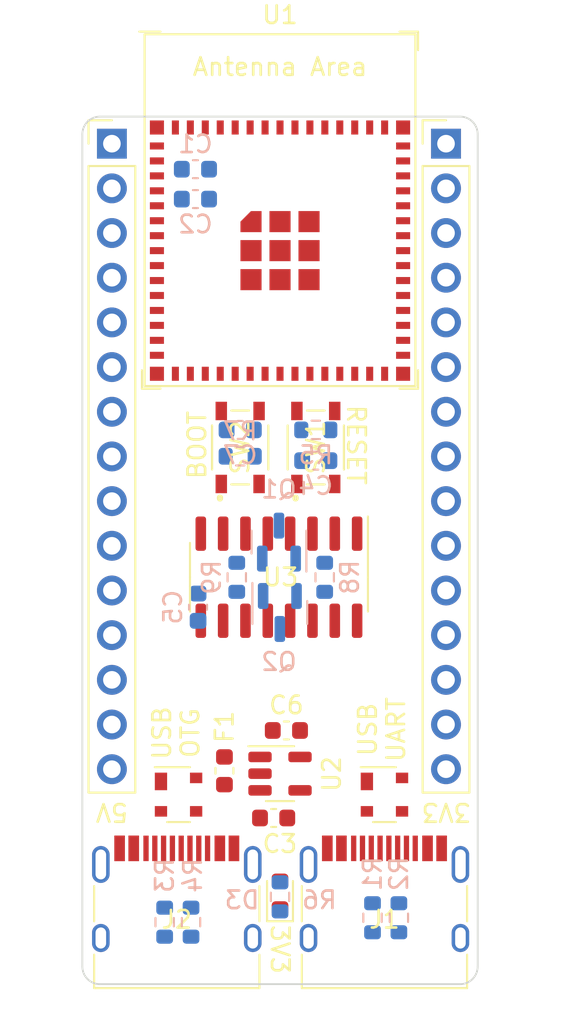
<source format=kicad_pcb>
(kicad_pcb (version 20211014) (generator pcbnew)
  (title_block (title "ESP32-S@-MINI-2_devboard"))
  (layers (0 "F.Cu" signal) (31 "B.Cu" signal) (34 "B.Paste" user) (35 "F.Paste" user) (36 "B.SilkS" user "B.Silkscreen") (37 "F.SilkS" user "F.Silkscreen") (38 "B.Mask" user) (39 "F.Mask" user) (44 "Edge.Cuts" user))
  (net 0 "")
  (net 1 "GND")
  (net 2 "+3V3")
  (net 3 "+5V")
  (net 4 "RESET")
  (net 5 "GPIO0")
  (net 9 "/UART_USB_D-")
  (net 10 "/UART_USB_D+")
  (net 12 "Net-(D3-Pad2)")
  (net 13 "/VBUS")
  (net 15 "Net-(J1-PadA5)")
  (net 16 "Net-(J1-PadA6)")
  (net 17 "Net-(J1-PadA7)")
  (net 19 "Net-(J1-PadB5)")
  (net 22 "Net-(J2-PadA5)")
  (net 24 "Net-(J2-PadB5)")
  (net 27 "Net-(Q1-Pad1)")
  (net 28 "/RTS")
  (net 29 "Net-(Q2-Pad1)")
  (net 30 "/DTR")
  (net 32 "RX")
  (net 33 "TX")
  (net 41 "USB_D-")
  (net 42 "USB_D+")
  (net 47 "/IO1")
  (net 48 "/IO2")
  (net 49 "/IO3")
  (net 50 "/IO4")
  (net 51 "/IO5")
  (net 52 "/IO6")
  (net 53 "/IO7")
  (net 54 "/IO8")
  (net 55 "/IO9")
  (net 56 "/IO10")
  (net 57 "/IO11")
  (net 58 "/IO12")
  (net 59 "/IO13")
  (net 60 "/IO14")
  (net 61 "/IO15")
  (net 62 "/IO16")
  (net 63 "/IO17")
  (net 64 "/IO18")
  (net 65 "/IO39")
  (net 66 "/IO40")
  (net 67 "/IO41")
  (net 68 "/IO42")
  (net 77 "/IO38")
  (net 78 "/IO37")
  (net 79 "/IO36")
  (net 80 "/IO35")
  (net 81 "/IO34")
  (net 82 "/IO33")
  (net 83 "/IO21")
  (net 84 "/IO26")
  (footprint "Package_TO_SOT_SMD:SOT-143" (layer "F.Cu") (at 156.79 86.804999)
    (fp_text reference "D2" hide)
    (fp_text value "PRTR5V0U2X")
    (fp_line (start -0.65 1.56) (end 0.65 1.56) (layer "F.SilkS") (width 0.12))
    (fp_line (start 0.65 -1.56) (end -1.35 -1.56) (layer "F.SilkS") (width 0.12))
    (pad "1" smd rect (at -1 -0.75) (size 0.7 1) (layers "F.Cu" "F.Paste" "F.Mask") (net 1 "GND"))
    (pad "2" smd rect (at -1 0.95) (size 0.7 0.6) (layers "F.Cu" "F.Paste" "F.Mask") (net 9 "/UART_USB_D-"))
    (pad "3" smd rect (at 1 0.95) (size 0.7 0.6) (layers "F.Cu" "F.Paste" "F.Mask") (net 10 "/UART_USB_D+"))
    (pad "4" smd rect (at 1 -0.95) (size 0.7 0.6) (layers "F.Cu" "F.Paste" "F.Mask"))
  )
  (footprint "Fuse:Fuse_0603_1608Metric" (layer "F.Cu") (at 159.4 85.45 90)
    (fp_text reference "F1" (at 2.5 0 90) (layer "F.SilkS"))
    (fp_text value "500mA")
    (fp_line (start -0.162779 -0.51) (end 0.162779 -0.51) (layer "F.SilkS") (width 0.12))
    (fp_line (start -0.162779 0.51) (end 0.162779 0.51) (layer "F.SilkS") (width 0.12))
    (pad "1" smd roundrect (at -0.7875 0 90) (size 0.875 0.95) (layers "F.Cu" "F.Paste" "F.Mask") (net 13 "/VBUS"))
    (pad "2" smd roundrect (at 0.7875 0 90) (size 0.875 0.95) (layers "F.Cu" "F.Paste" "F.Mask") (net 3 "+5V"))
  )
  (footprint "Capacitor_SMD:C_0603_1608Metric" (layer "F.Cu") (at 162.9225 83.157501 180)
    (fp_text reference "C6" (at 0 1.44) (layer "F.SilkS"))
    (fp_text value "1u")
    (fp_line (start -0.14058 -0.51) (end 0.14058 -0.51) (layer "F.SilkS") (width 0.12))
    (fp_line (start -0.14058 0.51) (end 0.14058 0.51) (layer "F.SilkS") (width 0.12))
    (pad "1" smd roundrect (at -0.775 0 180) (size 0.9 0.95) (layers "F.Cu" "F.Paste" "F.Mask") (net 2 "+3V3"))
    (pad "2" smd roundrect (at 0.775 0 180) (size 0.9 0.95) (layers "F.Cu" "F.Paste" "F.Mask") (net 1 "GND"))
  )
  (footprint "Capacitor_SMD:C_0603_1608Metric" (layer "F.Cu") (at 162.1975 88.1325)
    (fp_text reference "C3" (at 0.3525 1.4675) (layer "F.SilkS"))
    (fp_text value "1u")
    (fp_line (start -0.14058 0.51) (end 0.14058 0.51) (layer "F.SilkS") (width 0.12))
    (fp_line (start -0.14058 -0.51) (end 0.14058 -0.51) (layer "F.SilkS") (width 0.12))
    (pad "1" smd roundrect (at -0.775 0) (size 0.9 0.95) (layers "F.Cu" "F.Paste" "F.Mask") (net 3 "+5V"))
    (pad "2" smd roundrect (at 0.775 0) (size 0.9 0.95) (layers "F.Cu" "F.Paste" "F.Mask") (net 1 "GND"))
  )
  (footprint "Package_TO_SOT_SMD:SOT-143" (layer "F.Cu") (at 168.5 86.804999)
    (fp_text reference "D1" hide)
    (fp_text value "PRTR5V0U2X")
    (fp_line (start -0.65 1.56) (end 0.65 1.56) (layer "F.SilkS") (width 0.12))
    (fp_line (start 0.65 -1.56) (end -1.35 -1.56) (layer "F.SilkS") (width 0.12))
    (pad "1" smd rect (at -1 -0.75) (size 0.7 1) (layers "F.Cu" "F.Paste" "F.Mask") (net 1 "GND"))
    (pad "2" smd rect (at -1 0.95) (size 0.7 0.6) (layers "F.Cu" "F.Paste" "F.Mask"))
    (pad "3" smd rect (at 1 0.95) (size 0.7 0.6) (layers "F.Cu" "F.Paste" "F.Mask"))
    (pad "4" smd rect (at 1 -0.95) (size 0.7 0.6) (layers "F.Cu" "F.Paste" "F.Mask"))
  )
  (footprint "SKRPACE010:SW_SKRPACE010" (layer "F.Cu") (at 160.295 67.07 90)
    (fp_text reference "SW2" (at 0 0 90) (layer "F.SilkS") (effects (font (size 1.001591 1.001591))))
    (fp_text value "SW_DPST")
    (fp_line (start 2.1 -0.5) (end 2.1 0.5) (layer "F.SilkS") (width 0.127))
    (fp_line (start -2.1 -0.5) (end -2.1 0.5) (layer "F.SilkS") (width 0.127))
    (fp_line (start -1.25 1.6) (end 1.25 1.6) (layer "F.SilkS") (width 0.127))
    (fp_line (start -1.25 -1.6) (end 1.25 -1.6) (layer "F.SilkS") (width 0.127))
    (fp_circle (center -2.9 -1.15) (end -2.788197 -1.15) (layer "F.SilkS") (width 0.127) (fill none))
    (fp_circle (center -2.85 -1.15) (end -2.8 -1.15) (layer "F.SilkS") (width 0.127) (fill none))
    (pad "1" smd rect (at -2.075 -1.075 90) (size 1.05 0.65) (layers "F.Cu" "F.Paste" "F.Mask") (net 5 "GPIO0"))
    (pad "2" smd rect (at 2.075 -1.075 90) (size 1.05 0.65) (layers "F.Cu" "F.Paste" "F.Mask") (net 5 "GPIO0"))
    (pad "3" smd rect (at -2.075 1.075 90) (size 1.05 0.65) (layers "F.Cu" "F.Paste" "F.Mask") (net 1 "GND"))
    (pad "4" smd rect (at 2.075 1.075 90) (size 1.05 0.65) (layers "F.Cu" "F.Paste" "F.Mask") (net 1 "GND"))
  )
  (footprint "Package_TO_SOT_SMD:SOT-23-5" (layer "F.Cu") (at 162.56 85.6125)
    (fp_text reference "U2" (at 2.94 0.02 90) (layer "F.SilkS"))
    (fp_text value "AP2112K-3.3")
    (fp_line (start 0 1.56) (end 0.8 1.56) (layer "F.SilkS") (width 0.12))
    (fp_line (start 0 -1.56) (end 0.8 -1.56) (layer "F.SilkS") (width 0.12))
    (fp_line (start 0 -1.56) (end -1.8 -1.56) (layer "F.SilkS") (width 0.12))
    (fp_line (start 0 1.56) (end -0.8 1.56) (layer "F.SilkS") (width 0.12))
    (pad "1" smd roundrect (at -1.1375 -0.95) (size 1.325 0.6) (layers "F.Cu" "F.Paste" "F.Mask") (net 3 "+5V"))
    (pad "2" smd roundrect (at -1.1375 0) (size 1.325 0.6) (layers "F.Cu" "F.Paste" "F.Mask") (net 1 "GND"))
    (pad "3" smd roundrect (at -1.1375 0.95) (size 1.325 0.6) (layers "F.Cu" "F.Paste" "F.Mask") (net 3 "+5V"))
    (pad "4" smd roundrect (at 1.1375 0.95) (size 1.325 0.6) (layers "F.Cu" "F.Paste" "F.Mask"))
    (pad "5" smd roundrect (at 1.1375 -0.95) (size 1.325 0.6) (layers "F.Cu" "F.Paste" "F.Mask") (net 2 "+3V3"))
  )
  (footprint "LED_SMD:LED_0603_1608Metric" (layer "F.Cu") (at 162.56 92.517499 90)
    (fp_text reference "D3" (at -0.282501 -2.16) (layer "B.SilkS") (effects (justify mirror)))
    (fp_text value "GREEN")
    (fp_line (start 0.8 -0.735) (end -1.485 -0.735) (layer "F.SilkS") (width 0.12))
    (fp_line (start -1.485 -0.735) (end -1.485 0.735) (layer "F.SilkS") (width 0.12))
    (fp_line (start -1.485 0.735) (end 0.8 0.735) (layer "F.SilkS") (width 0.12))
    (pad "1" smd roundrect (at -0.7875 0 90) (size 0.875 0.95) (layers "F.Cu" "F.Paste" "F.Mask") (net 1 "GND"))
    (pad "2" smd roundrect (at 0.7875 0 90) (size 0.875 0.95) (layers "F.Cu" "F.Paste" "F.Mask") (net 12 "Net-(D3-Pad2)"))
  )
  (footprint "Package_SO:SOIC-16_3.9x9.9mm_P1.27mm" (layer "F.Cu") (at 162.5 74.445 -90)
    (fp_text reference "U3" (at 0 -0.095) (layer "F.SilkS"))
    (fp_text value "CH340C")
    (fp_line (start 0 -5.06) (end -3.45 -5.06) (layer "F.SilkS") (width 0.12))
    (fp_line (start 0 5.06) (end -1.95 5.06) (layer "F.SilkS") (width 0.12))
    (fp_line (start 0 5.06) (end 1.95 5.06) (layer "F.SilkS") (width 0.12))
    (fp_line (start 0 -5.06) (end 1.95 -5.06) (layer "F.SilkS") (width 0.12))
    (pad "1" smd roundrect (at -2.475 -4.445 270) (size 1.95 0.6) (layers "F.Cu" "F.Paste" "F.Mask") (net 1 "GND"))
    (pad "2" smd roundrect (at -2.475 -3.175 270) (size 1.95 0.6) (layers "F.Cu" "F.Paste" "F.Mask") (net 32 "RX"))
    (pad "3" smd roundrect (at -2.475 -1.905 270) (size 1.95 0.6) (layers "F.Cu" "F.Paste" "F.Mask") (net 33 "TX"))
    (pad "4" smd roundrect (at -2.475 -0.635 270) (size 1.95 0.6) (layers "F.Cu" "F.Paste" "F.Mask") (net 2 "+3V3"))
    (pad "5" smd roundrect (at -2.475 0.635 270) (size 1.95 0.6) (layers "F.Cu" "F.Paste" "F.Mask") (net 10 "/UART_USB_D+"))
    (pad "6" smd roundrect (at -2.475 1.905 270) (size 1.95 0.6) (layers "F.Cu" "F.Paste" "F.Mask") (net 9 "/UART_USB_D-"))
    (pad "7" smd roundrect (at -2.475 3.175 270) (size 1.95 0.6) (layers "F.Cu" "F.Paste" "F.Mask"))
    (pad "8" smd roundrect (at -2.475 4.445 270) (size 1.95 0.6) (layers "F.Cu" "F.Paste" "F.Mask"))
    (pad "9" smd roundrect (at 2.475 4.445 270) (size 1.95 0.6) (layers "F.Cu" "F.Paste" "F.Mask"))
    (pad "10" smd roundrect (at 2.475 3.175 270) (size 1.95 0.6) (layers "F.Cu" "F.Paste" "F.Mask"))
    (pad "11" smd roundrect (at 2.475 1.905 270) (size 1.95 0.6) (layers "F.Cu" "F.Paste" "F.Mask"))
    (pad "12" smd roundrect (at 2.475 0.635 270) (size 1.95 0.6) (layers "F.Cu" "F.Paste" "F.Mask"))
    (pad "13" smd roundrect (at 2.475 -0.635 270) (size 1.95 0.6) (layers "F.Cu" "F.Paste" "F.Mask") (net 30 "/DTR"))
    (pad "14" smd roundrect (at 2.475 -1.905 270) (size 1.95 0.6) (layers "F.Cu" "F.Paste" "F.Mask") (net 28 "/RTS"))
    (pad "15" smd roundrect (at 2.475 -3.175 270) (size 1.95 0.6) (layers "F.Cu" "F.Paste" "F.Mask"))
    (pad "16" smd roundrect (at 2.475 -4.445 270) (size 1.95 0.6) (layers "F.Cu" "F.Paste" "F.Mask") (net 2 "+3V3"))
  )
  (footprint "Connector_USB:USB_C_Receptacle_HRO_TYPE-C-31-M-12" (layer "F.Cu") (at 156.69 93.904999)
    (fp_text reference "J2" (at 0 0) (layer "F.SilkS"))
    (fp_text value "USB_C_Receptacle_USB2.0")
    (fp_line (start -4.7 3.9) (end 4.7 3.9) (layer "F.SilkS") (width 0.12))
    (fp_line (start 4.7 -1.9) (end 4.7 0.1) (layer "F.SilkS") (width 0.12))
    (fp_line (start -4.7 2) (end -4.7 3.9) (layer "F.SilkS") (width 0.12))
    (fp_line (start -4.7 -1.9) (end -4.7 0.1) (layer "F.SilkS") (width 0.12))
    (fp_line (start 4.7 2) (end 4.7 3.9) (layer "F.SilkS") (width 0.12))
    (pad "" np_thru_hole circle (at 2.89 -2.6) (size 0.65 0.65) (drill 0.65) (layers *.Cu *.Mask))
    (pad "" np_thru_hole circle (at -2.89 -2.6) (size 0.65 0.65) (drill 0.65) (layers *.Cu *.Mask))
    (pad "A1" smd rect (at -3.25 -4.045) (size 0.6 1.45) (layers "F.Cu" "F.Paste" "F.Mask") (net 1 "GND"))
    (pad "A4" smd rect (at -2.45 -4.045) (size 0.6 1.45) (layers "F.Cu" "F.Paste" "F.Mask") (net 13 "/VBUS"))
    (pad "A5" smd rect (at -1.25 -4.045) (size 0.3 1.45) (layers "F.Cu" "F.Paste" "F.Mask") (net 22 "Net-(J2-PadA5)"))
    (pad "A6" smd rect (at -0.25 -4.045) (size 0.3 1.45) (layers "F.Cu" "F.Paste" "F.Mask") (net 10 "/UART_USB_D+"))
    (pad "A7" smd rect (at 0.25 -4.045) (size 0.3 1.45) (layers "F.Cu" "F.Paste" "F.Mask") (net 9 "/UART_USB_D-"))
    (pad "A8" smd rect (at 1.25 -4.045) (size 0.3 1.45) (layers "F.Cu" "F.Paste" "F.Mask"))
    (pad "A9" smd rect (at 2.45 -4.045) (size 0.6 1.45) (layers "F.Cu" "F.Paste" "F.Mask") (net 13 "/VBUS"))
    (pad "A12" smd rect (at 3.25 -4.045) (size 0.6 1.45) (layers "F.Cu" "F.Paste" "F.Mask") (net 1 "GND"))
    (pad "B1" smd rect (at 3.25 -4.045) (size 0.6 1.45) (layers "F.Cu" "F.Paste" "F.Mask") (net 1 "GND"))
    (pad "B4" smd rect (at 2.45 -4.045) (size 0.6 1.45) (layers "F.Cu" "F.Paste" "F.Mask") (net 13 "/VBUS"))
    (pad "B5" smd rect (at 1.75 -4.045) (size 0.3 1.45) (layers "F.Cu" "F.Paste" "F.Mask") (net 24 "Net-(J2-PadB5)"))
    (pad "B6" smd rect (at 0.75 -4.045) (size 0.3 1.45) (layers "F.Cu" "F.Paste" "F.Mask") (net 10 "/UART_USB_D+"))
    (pad "B7" smd rect (at -0.75 -4.045) (size 0.3 1.45) (layers "F.Cu" "F.Paste" "F.Mask") (net 9 "/UART_USB_D-"))
    (pad "B8" smd rect (at -1.75 -4.045) (size 0.3 1.45) (layers "F.Cu" "F.Paste" "F.Mask"))
    (pad "B9" smd rect (at -2.45 -4.045) (size 0.6 1.45) (layers "F.Cu" "F.Paste" "F.Mask") (net 13 "/VBUS"))
    (pad "B12" smd rect (at -3.25 -4.045) (size 0.6 1.45) (layers "F.Cu" "F.Paste" "F.Mask") (net 1 "GND"))
    (pad "S1" thru_hole oval (at -4.32 -3.13) (size 1 2.1) (drill oval 0.6 1.7) (layers *.Cu *.Mask))
    (pad "S1" thru_hole oval (at 4.32 1.05) (size 1 1.6) (drill oval 0.6 1.2) (layers *.Cu *.Mask))
    (pad "S1" thru_hole oval (at -4.32 1.05) (size 1 1.6) (drill oval 0.6 1.2) (layers *.Cu *.Mask))
    (pad "S1" thru_hole oval (at 4.32 -3.13) (size 1 2.1) (drill oval 0.6 1.7) (layers *.Cu *.Mask))
  )
  (footprint "Connector_PinHeader_2.54mm:PinHeader_1x15_P2.54mm_Vertical" (layer "F.Cu") (at 172 49.8)
    (fp_text reference "J4" hide)
    (fp_text value "Conn_01x15")
    (fp_line (start -1.33 0) (end -1.33 -1.33) (layer "F.SilkS") (width 0.12))
    (fp_line (start -1.33 1.27) (end -1.33 36.89) (layer "F.SilkS") (width 0.12))
    (fp_line (start 1.33 1.27) (end 1.33 36.89) (layer "F.SilkS") (width 0.12))
    (fp_line (start -1.33 1.27) (end 1.33 1.27) (layer "F.SilkS") (width 0.12))
    (fp_line (start -1.33 -1.33) (end 0 -1.33) (layer "F.SilkS") (width 0.12))
    (fp_line (start -1.33 36.89) (end 1.33 36.89) (layer "F.SilkS") (width 0.12))
    (pad "1" thru_hole rect (at 0 0) (size 1.7 1.7) (drill 1) (layers *.Cu *.Mask) (net 77 "/IO38"))
    (pad "2" thru_hole oval (at 0 2.54) (size 1.7 1.7) (drill 1) (layers *.Cu *.Mask) (net 78 "/IO37"))
    (pad "3" thru_hole oval (at 0 5.08) (size 1.7 1.7) (drill 1) (layers *.Cu *.Mask) (net 79 "/IO36"))
    (pad "4" thru_hole oval (at 0 7.62) (size 1.7 1.7) (drill 1) (layers *.Cu *.Mask) (net 80 "/IO35"))
    (pad "5" thru_hole oval (at 0 10.16) (size 1.7 1.7) (drill 1) (layers *.Cu *.Mask) (net 81 "/IO34"))
    (pad "6" thru_hole oval (at 0 12.7) (size 1.7 1.7) (drill 1) (layers *.Cu *.Mask) (net 82 "/IO33"))
    (pad "7" thru_hole oval (at 0 15.24) (size 1.7 1.7) (drill 1) (layers *.Cu *.Mask) (net 83 "/IO21"))
    (pad "8" thru_hole oval (at 0 17.78) (size 1.7 1.7) (drill 1) (layers *.Cu *.Mask) (net 84 "/IO26"))
    (pad "9" thru_hole oval (at 0 20.32) (size 1.7 1.7) (drill 1) (layers *.Cu *.Mask) (net 63 "/IO17"))
    (pad "10" thru_hole oval (at 0 22.86) (size 1.7 1.7) (drill 1) (layers *.Cu *.Mask))
    (pad "11" thru_hole oval (at 0 25.4) (size 1.7 1.7) (drill 1) (layers *.Cu *.Mask))
    (pad "12" thru_hole oval (at 0 27.94) (size 1.7 1.7) (drill 1) (layers *.Cu *.Mask))
    (pad "13" thru_hole oval (at 0 30.48) (size 1.7 1.7) (drill 1) (layers *.Cu *.Mask))
    (pad "14" thru_hole oval (at 0 33.02) (size 1.7 1.7) (drill 1) (layers *.Cu *.Mask))
    (pad "15" thru_hole oval (at 0 35.56) (size 1.7 1.7) (drill 1) (layers *.Cu *.Mask))
  )
  (footprint "Connector_USB:USB_C_Receptacle_HRO_TYPE-C-31-M-12" (layer "F.Cu") (at 168.5 93.904999)
    (fp_text reference "J1" (at 0 0) (layer "F.SilkS"))
    (fp_text value "USB_C_Receptacle_USB2.0")
    (fp_line (start -4.7 -1.9) (end -4.7 0.1) (layer "F.SilkS") (width 0.12))
    (fp_line (start -4.7 2) (end -4.7 3.9) (layer "F.SilkS") (width 0.12))
    (fp_line (start 4.7 2) (end 4.7 3.9) (layer "F.SilkS") (width 0.12))
    (fp_line (start 4.7 -1.9) (end 4.7 0.1) (layer "F.SilkS") (width 0.12))
    (fp_line (start -4.7 3.9) (end 4.7 3.9) (layer "F.SilkS") (width 0.12))
    (pad "" np_thru_hole circle (at -2.89 -2.6) (size 0.65 0.65) (drill 0.65) (layers *.Cu *.Mask))
    (pad "" np_thru_hole circle (at 2.89 -2.6) (size 0.65 0.65) (drill 0.65) (layers *.Cu *.Mask))
    (pad "A1" smd rect (at -3.25 -4.045) (size 0.6 1.45) (layers "F.Cu" "F.Paste" "F.Mask") (net 1 "GND"))
    (pad "A4" smd rect (at -2.45 -4.045) (size 0.6 1.45) (layers "F.Cu" "F.Paste" "F.Mask"))
    (pad "A5" smd rect (at -1.25 -4.045) (size 0.3 1.45) (layers "F.Cu" "F.Paste" "F.Mask") (net 15 "Net-(J1-PadA5)"))
    (pad "A6" smd rect (at -0.25 -4.045) (size 0.3 1.45) (layers "F.Cu" "F.Paste" "F.Mask") (net 16 "Net-(J1-PadA6)"))
    (pad "A7" smd rect (at 0.25 -4.045) (size 0.3 1.45) (layers "F.Cu" "F.Paste" "F.Mask") (net 17 "Net-(J1-PadA7)"))
    (pad "A8" smd rect (at 1.25 -4.045) (size 0.3 1.45) (layers "F.Cu" "F.Paste" "F.Mask"))
    (pad "A9" smd rect (at 2.45 -4.045) (size 0.6 1.45) (layers "F.Cu" "F.Paste" "F.Mask"))
    (pad "A12" smd rect (at 3.25 -4.045) (size 0.6 1.45) (layers "F.Cu" "F.Paste" "F.Mask") (net 1 "GND"))
    (pad "B1" smd rect (at 3.25 -4.045) (size 0.6 1.45) (layers "F.Cu" "F.Paste" "F.Mask") (net 1 "GND"))
    (pad "B4" smd rect (at 2.45 -4.045) (size 0.6 1.45) (layers "F.Cu" "F.Paste" "F.Mask"))
    (pad "B5" smd rect (at 1.75 -4.045) (size 0.3 1.45) (layers "F.Cu" "F.Paste" "F.Mask") (net 19 "Net-(J1-PadB5)"))
    (pad "B6" smd rect (at 0.75 -4.045) (size 0.3 1.45) (layers "F.Cu" "F.Paste" "F.Mask") (net 16 "Net-(J1-PadA6)"))
    (pad "B7" smd rect (at -0.75 -4.045) (size 0.3 1.45) (layers "F.Cu" "F.Paste" "F.Mask") (net 17 "Net-(J1-PadA7)"))
    (pad "B8" smd rect (at -1.75 -4.045) (size 0.3 1.45) (layers "F.Cu" "F.Paste" "F.Mask"))
    (pad "B9" smd rect (at -2.45 -4.045) (size 0.6 1.45) (layers "F.Cu" "F.Paste" "F.Mask"))
    (pad "B12" smd rect (at -3.25 -4.045) (size 0.6 1.45) (layers "F.Cu" "F.Paste" "F.Mask") (net 1 "GND"))
    (pad "S1" thru_hole oval (at -4.32 1.05) (size 1 1.6) (drill oval 0.6 1.2) (layers *.Cu *.Mask))
    (pad "S1" thru_hole oval (at 4.32 -3.13) (size 1 2.1) (drill oval 0.6 1.7) (layers *.Cu *.Mask))
    (pad "S1" thru_hole oval (at -4.32 -3.13) (size 1 2.1) (drill oval 0.6 1.7) (layers *.Cu *.Mask))
    (pad "S1" thru_hole oval (at 4.32 1.05) (size 1 1.6) (drill oval 0.6 1.2) (layers *.Cu *.Mask))
  )
  (footprint "Espressif:ESP32-S2-MINI-1" (layer "F.Cu") (at 162.56 55.88)
    (fp_text reference "U1" (at 0 -13.4) (layer "F.SilkS"))
    (fp_text value "ESP32-S2-MINI-2")
    (fp_text user "Antenna Area" (at 0 -10.45) (layer "F.SilkS"))
    (fp_line (start 6.8 -12.45) (end 7.85 -12.45) (layer "F.SilkS") (width 0.12))
    (fp_line (start 7.85 -12.45) (end 7.85 -11.4) (layer "F.SilkS") (width 0.12))
    (fp_line (start -6.8 -12.45) (end -8 -12.45) (layer "F.SilkS") (width 0.12))
    (fp_line (start 7.7 -12.3) (end 7.7 -7.7) (layer "F.SilkS") (width 0.12))
    (fp_line (start -7.7 -12.3) (end 7.7 -12.3) (layer "F.SilkS") (width 0.12))
    (fp_line (start -6.8 7.85) (end -7.85 7.85) (layer "F.SilkS") (width 0.12))
    (fp_line (start 7.7 -7.7) (end 7.7 7.7) (layer "F.SilkS") (width 0.12))
    (fp_line (start 7.7 7.7) (end -7.7 7.7) (layer "F.SilkS") (width 0.12))
    (fp_line (start 6.8 7.85) (end 7.85 7.85) (layer "F.SilkS") (width 0.12))
    (fp_line (start -7.7 -12.3) (end -7.7 -7.7) (layer "F.SilkS") (width 0.12))
    (fp_line (start -7.85 7.85) (end -7.85 6.8) (layer "F.SilkS") (width 0.12))
    (fp_line (start -7.7 7.7) (end -7.7 -7.7) (layer "F.SilkS") (width 0.12))
    (fp_line (start 7.85 7.85) (end 7.85 6.8) (layer "F.SilkS") (width 0.12))
    (pad "1" smd rect (at -7 -5.95 90) (size 0.4 0.8) (layers "F.Cu" "F.Paste" "F.Mask") (net 1 "GND"))
    (pad "2" smd rect (at -7 -5.1 90) (size 0.4 0.8) (layers "F.Cu" "F.Paste" "F.Mask") (net 1 "GND"))
    (pad "3" smd rect (at -7 -4.25 90) (size 0.4 0.8) (layers "F.Cu" "F.Paste" "F.Mask") (net 2 "+3V3"))
    (pad "4" smd rect (at -7 -3.4 90) (size 0.4 0.8) (layers "F.Cu" "F.Paste" "F.Mask") (net 5 "GPIO0"))
    (pad "5" smd rect (at -7 -2.55 90) (size 0.4 0.8) (layers "F.Cu" "F.Paste" "F.Mask") (net 47 "/IO1"))
    (pad "6" smd rect (at -7 -1.7 90) (size 0.4 0.8) (layers "F.Cu" "F.Paste" "F.Mask") (net 48 "/IO2"))
    (pad "7" smd rect (at -7 -0.85 90) (size 0.4 0.8) (layers "F.Cu" "F.Paste" "F.Mask") (net 49 "/IO3"))
    (pad "8" smd rect (at -7 0 90) (size 0.4 0.8) (layers "F.Cu" "F.Paste" "F.Mask") (net 50 "/IO4"))
    (pad "9" smd rect (at -7 0.85 90) (size 0.4 0.8) (layers "F.Cu" "F.Paste" "F.Mask") (net 51 "/IO5"))
    (pad "10" smd rect (at -7 1.7 90) (size 0.4 0.8) (layers "F.Cu" "F.Paste" "F.Mask") (net 52 "/IO6"))
    (pad "11" smd rect (at -7 2.55 90) (size 0.4 0.8) (layers "F.Cu" "F.Paste" "F.Mask") (net 53 "/IO7"))
    (pad "12" smd rect (at -7 3.4 90) (size 0.4 0.8) (layers "F.Cu" "F.Paste" "F.Mask") (net 54 "/IO8"))
    (pad "13" smd rect (at -7 4.25 90) (size 0.4 0.8) (layers "F.Cu" "F.Paste" "F.Mask") (net 55 "/IO9"))
    (pad "14" smd rect (at -7 5.1 90) (size 0.4 0.8) (layers "F.Cu" "F.Paste" "F.Mask") (net 56 "/IO10"))
    (pad "15" smd rect (at -7 5.95 90) (size 0.4 0.8) (layers "F.Cu" "F.Paste" "F.Mask") (net 57 "/IO11"))
    (pad "16" smd rect (at -5.95 7) (size 0.4 0.8) (layers "F.Cu" "F.Paste" "F.Mask") (net 58 "/IO12"))
    (pad "17" smd rect (at -5.1 7) (size 0.4 0.8) (layers "F.Cu" "F.Paste" "F.Mask") (net 59 "/IO13"))
    (pad "18" smd rect (at -4.25 7) (size 0.4 0.8) (layers "F.Cu" "F.Paste" "F.Mask") (net 60 "/IO14"))
    (pad "19" smd rect (at -3.4 7) (size 0.4 0.8) (layers "F.Cu" "F.Paste" "F.Mask") (net 61 "/IO15"))
    (pad "20" smd rect (at -2.55 7) (size 0.4 0.8) (layers "F.Cu" "F.Paste" "F.Mask") (net 62 "/IO16"))
    (pad "21" smd rect (at -1.7 7) (size 0.4 0.8) (layers "F.Cu" "F.Paste" "F.Mask") (net 63 "/IO17"))
    (pad "22" smd rect (at -0.85 7) (size 0.4 0.8) (layers "F.Cu" "F.Paste" "F.Mask") (net 64 "/IO18"))
    (pad "23" smd rect (at 0 7) (size 0.4 0.8) (layers "F.Cu" "F.Paste" "F.Mask") (net 41 "USB_D-"))
    (pad "24" smd rect (at 0.85 7) (size 0.4 0.8) (layers "F.Cu" "F.Paste" "F.Mask") (net 42 "USB_D+"))
    (pad "25" smd rect (at 1.7 7) (size 0.4 0.8) (layers "F.Cu" "F.Paste" "F.Mask"))
    (pad "26" smd rect (at 2.55 7) (size 0.4 0.8) (layers "F.Cu" "F.Paste" "F.Mask"))
    (pad "27" smd rect (at 3.4 7) (size 0.4 0.8) (layers "F.Cu" "F.Paste" "F.Mask"))
    (pad "28" smd rect (at 4.25 7) (size 0.4 0.8) (layers "F.Cu" "F.Paste" "F.Mask"))
    (pad "29" smd rect (at 5.1 7) (size 0.4 0.8) (layers "F.Cu" "F.Paste" "F.Mask"))
    (pad "30" smd rect (at 5.95 7) (size 0.4 0.8) (layers "F.Cu" "F.Paste" "F.Mask") (net 1 "GND"))
    (pad "31" smd rect (at 7 5.95 90) (size 0.4 0.8) (layers "F.Cu" "F.Paste" "F.Mask"))
    (pad "32" smd rect (at 7 5.1 90) (size 0.4 0.8) (layers "F.Cu" "F.Paste" "F.Mask"))
    (pad "33" smd rect (at 7 4.25 90) (size 0.4 0.8) (layers "F.Cu" "F.Paste" "F.Mask"))
    (pad "34" smd rect (at 7 3.4 90) (size 0.4 0.8) (layers "F.Cu" "F.Paste" "F.Mask"))
    (pad "35" smd rect (at 7 2.55 90) (size 0.4 0.8) (layers "F.Cu" "F.Paste" "F.Mask") (net 65 "/IO39"))
    (pad "36" smd rect (at 7 1.7 90) (size 0.4 0.8) (layers "F.Cu" "F.Paste" "F.Mask") (net 66 "/IO40"))
    (pad "37" smd rect (at 7 0.85 90) (size 0.4 0.8) (layers "F.Cu" "F.Paste" "F.Mask") (net 67 "/IO41"))
    (pad "38" smd rect (at 7 0 90) (size 0.4 0.8) (layers "F.Cu" "F.Paste" "F.Mask") (net 68 "/IO42"))
    (pad "39" smd rect (at 7 -0.85 90) (size 0.4 0.8) (layers "F.Cu" "F.Paste" "F.Mask") (net 33 "TX"))
    (pad "40" smd rect (at 7 -1.7 90) (size 0.4 0.8) (layers "F.Cu" "F.Paste" "F.Mask") (net 32 "RX"))
    (pad "41" smd rect (at 7 -2.55 90) (size 0.4 0.8) (layers "F.Cu" "F.Paste" "F.Mask"))
    (pad "42" smd rect (at 7 -3.4 90) (size 0.4 0.8) (layers "F.Cu" "F.Paste" "F.Mask") (net 1 "GND"))
    (pad "43" smd rect (at 7 -4.25 90) (size 0.4 0.8) (layers "F.Cu" "F.Paste" "F.Mask") (net 1 "GND"))
    (pad "44" smd rect (at 7 -5.1 90) (size 0.4 0.8) (layers "F.Cu" "F.Paste" "F.Mask"))
    (pad "45" smd rect (at 7 -5.95 90) (size 0.4 0.8) (layers "F.Cu" "F.Paste" "F.Mask") (net 4 "RESET"))
    (pad "46" smd rect (at 5.95 -7) (size 0.4 0.8) (layers "F.Cu" "F.Paste" "F.Mask") (net 1 "GND"))
    (pad "47" smd rect (at 5.1 -7) (size 0.4 0.8) (layers "F.Cu" "F.Paste" "F.Mask") (net 1 "GND"))
    (pad "48" smd rect (at 4.25 -7) (size 0.4 0.8) (layers "F.Cu" "F.Paste" "F.Mask") (net 1 "GND"))
    (pad "49" smd rect (at 3.4 -7) (size 0.4 0.8) (layers "F.Cu" "F.Paste" "F.Mask") (net 1 "GND"))
    (pad "50" smd rect (at 2.55 -7) (size 0.4 0.8) (layers "F.Cu" "F.Paste" "F.Mask") (net 1 "GND"))
    (pad "51" smd rect (at 1.7 -7) (size 0.4 0.8) (layers "F.Cu" "F.Paste" "F.Mask") (net 1 "GND"))
    (pad "52" smd rect (at 0.85 -7) (size 0.4 0.8) (layers "F.Cu" "F.Paste" "F.Mask") (net 1 "GND"))
    (pad "53" smd rect (at 0 -7) (size 0.4 0.8) (layers "F.Cu" "F.Paste" "F.Mask") (net 1 "GND"))
    (pad "54" smd rect (at -0.85 -7) (size 0.4 0.8) (layers "F.Cu" "F.Paste" "F.Mask") (net 1 "GND"))
    (pad "55" smd rect (at -1.7 -7) (size 0.4 0.8) (layers "F.Cu" "F.Paste" "F.Mask") (net 1 "GND"))
    (pad "56" smd rect (at -2.55 -7) (size 0.4 0.8) (layers "F.Cu" "F.Paste" "F.Mask") (net 1 "GND"))
    (pad "57" smd rect (at -3.4 -7) (size 0.4 0.8) (layers "F.Cu" "F.Paste" "F.Mask") (net 1 "GND"))
    (pad "58" smd rect (at -4.25 -7) (size 0.4 0.8) (layers "F.Cu" "F.Paste" "F.Mask") (net 1 "GND"))
    (pad "59" smd rect (at -5.1 -7) (size 0.4 0.8) (layers "F.Cu" "F.Paste" "F.Mask") (net 1 "GND"))
    (pad "60" smd rect (at -5.95 -7) (size 0.4 0.8) (layers "F.Cu" "F.Paste" "F.Mask") (net 1 "GND"))
    (pad "61" smd rect (at 0 -1.65) (size 1.2 1.2) (layers "F.Cu" "F.Paste" "F.Mask") (net 1 "GND"))
    (pad "61" smd rect (at 1.65 -1.65) (size 1.2 1.2) (layers "F.Cu" "F.Paste" "F.Mask") (net 1 "GND"))
    (pad "61" smd rect (at 0 0) (size 1.2 1.2) (layers "F.Cu" "F.Paste" "F.Mask") (net 1 "GND"))
    (pad "61" smd rect (at 1.65 0) (size 1.2 1.2) (layers "F.Cu" "F.Paste" "F.Mask") (net 1 "GND"))
    (pad "61" smd rect (at -1.65 1.65) (size 1.2 1.2) (layers "F.Cu" "F.Paste" "F.Mask") (net 1 "GND"))
    (pad "61" smd rect (at 0 1.65) (size 1.2 1.2) (layers "F.Cu" "F.Paste" "F.Mask") (net 1 "GND"))
    (pad "61" smd rect (at -1.65 0) (size 1.2 1.2) (layers "F.Cu" "F.Paste" "F.Mask") (net 1 "GND"))
    (pad "61" smd custom (at -1.65 -1.65) (size 0.6 0.6) (layers "F.Cu" "F.Paste" "F.Mask") (net 1 "GND") (options (clearance outline) (anchor rect)) (primitives (gr_poly (pts (xy 0.6 0.6) (xy -0.6 0.6) (xy -0.6 0) (xy 0 -0.6) (xy 0.6 -0.6)) (width 0) (fill yes))))
    (pad "61" smd rect (at 1.65 1.65) (size 1.2 1.2) (layers "F.Cu" "F.Paste" "F.Mask") (net 1 "GND"))
    (pad "62" smd rect (at -7 -7 180) (size 0.8 0.8) (layers "F.Cu" "F.Paste" "F.Mask") (net 1 "GND"))
    (pad "63" smd rect (at -7 7 180) (size 0.8 0.8) (layers "F.Cu" "F.Paste" "F.Mask") (net 1 "GND"))
    (pad "64" smd rect (at 7 7 180) (size 0.8 0.8) (layers "F.Cu" "F.Paste" "F.Mask") (net 1 "GND"))
    (pad "65" smd rect (at 7 -7 180) (size 0.8 0.8) (layers "F.Cu" "F.Paste" "F.Mask") (net 1 "GND"))
  )
  (footprint "Connector_PinHeader_2.54mm:PinHeader_1x15_P2.54mm_Vertical" (layer "F.Cu") (at 153 49.8)
    (fp_text reference "J3" hide)
    (fp_text value "Conn_01x15")
    (fp_line (start -1.33 -1.33) (end 0 -1.33) (layer "F.SilkS") (width 0.12))
    (fp_line (start 1.33 1.27) (end 1.33 36.89) (layer "F.SilkS") (width 0.12))
    (fp_line (start -1.33 0) (end -1.33 -1.33) (layer "F.SilkS") (width 0.12))
    (fp_line (start -1.33 1.27) (end -1.33 36.89) (layer "F.SilkS") (width 0.12))
    (fp_line (start -1.33 1.27) (end 1.33 1.27) (layer "F.SilkS") (width 0.12))
    (fp_line (start -1.33 36.89) (end 1.33 36.89) (layer "F.SilkS") (width 0.12))
    (pad "1" thru_hole rect (at 0 0) (size 1.7 1.7) (drill 1) (layers *.Cu *.Mask) (net 47 "/IO1"))
    (pad "2" thru_hole oval (at 0 2.54) (size 1.7 1.7) (drill 1) (layers *.Cu *.Mask) (net 48 "/IO2"))
    (pad "3" thru_hole oval (at 0 5.08) (size 1.7 1.7) (drill 1) (layers *.Cu *.Mask) (net 49 "/IO3"))
    (pad "4" thru_hole oval (at 0 7.62) (size 1.7 1.7) (drill 1) (layers *.Cu *.Mask) (net 50 "/IO4"))
    (pad "5" thru_hole oval (at 0 10.16) (size 1.7 1.7) (drill 1) (layers *.Cu *.Mask) (net 51 "/IO5"))
    (pad "6" thru_hole oval (at 0 12.7) (size 1.7 1.7) (drill 1) (layers *.Cu *.Mask) (net 52 "/IO6"))
    (pad "7" thru_hole oval (at 0 15.24) (size 1.7 1.7) (drill 1) (layers *.Cu *.Mask) (net 53 "/IO7"))
    (pad "8" thru_hole oval (at 0 17.78) (size 1.7 1.7) (drill 1) (layers *.Cu *.Mask) (net 54 "/IO8"))
    (pad "9" thru_hole oval (at 0 20.32) (size 1.7 1.7) (drill 1) (layers *.Cu *.Mask) (net 55 "/IO9"))
    (pad "10" thru_hole oval (at 0 22.86) (size 1.7 1.7) (drill 1) (layers *.Cu *.Mask) (net 56 "/IO10"))
    (pad "11" thru_hole oval (at 0 25.4) (size 1.7 1.7) (drill 1) (layers *.Cu *.Mask) (net 57 "/IO11"))
    (pad "12" thru_hole oval (at 0 27.94) (size 1.7 1.7) (drill 1) (layers *.Cu *.Mask) (net 58 "/IO12"))
    (pad "13" thru_hole oval (at 0 30.48) (size 1.7 1.7) (drill 1) (layers *.Cu *.Mask) (net 59 "/IO13"))
    (pad "14" thru_hole oval (at 0 33.02) (size 1.7 1.7) (drill 1) (layers *.Cu *.Mask) (net 60 "/IO14"))
    (pad "15" thru_hole oval (at 0 35.56) (size 1.7 1.7) (drill 1) (layers *.Cu *.Mask) (net 64 "/IO18"))
  )
  (footprint "SKRPACE010:SW_SKRPACE010" (layer "F.Cu") (at 164.595 67.069999 90)
    (fp_text reference "SW1" (at 0 0 90) (layer "F.SilkS") (effects (font (size 1.001591 1.001591))))
    (fp_text value "SW_DPST")
    (fp_line (start 2.1 -0.5) (end 2.1 0.5) (layer "F.SilkS") (width 0.127))
    (fp_line (start -2.1 -0.5) (end -2.1 0.5) (layer "F.SilkS") (width 0.127))
    (fp_line (start -1.25 1.6) (end 1.25 1.6) (layer "F.SilkS") (width 0.127))
    (fp_line (start -1.25 -1.6) (end 1.25 -1.6) (layer "F.SilkS") (width 0.127))
    (fp_circle (center -2.85 -1.15) (end -2.8 -1.15) (layer "F.SilkS") (width 0.127) (fill none))
    (fp_circle (center -2.9 -1.15) (end -2.788197 -1.15) (layer "F.SilkS") (width 0.127) (fill none))
    (pad "1" smd rect (at -2.075 -1.075 90) (size 1.05 0.65) (layers "F.Cu" "F.Paste" "F.Mask") (net 4 "RESET"))
    (pad "2" smd rect (at 2.075 -1.075 90) (size 1.05 0.65) (layers "F.Cu" "F.Paste" "F.Mask") (net 4 "RESET"))
    (pad "3" smd rect (at -2.075 1.075 90) (size 1.05 0.65) (layers "F.Cu" "F.Paste" "F.Mask") (net 1 "GND"))
    (pad "4" smd rect (at 2.075 1.075 90) (size 1.05 0.65) (layers "F.Cu" "F.Paste" "F.Mask") (net 1 "GND"))
  )
  (footprint "Resistor_SMD:R_0603_1608Metric" (layer "B.Cu") (at 160.1 74.45 -90)
    (fp_text reference "R9" (at 0 1.43 90) (layer "B.SilkS") (effects (justify mirror)))
    (fp_text value "10k")
    (fp_line (start -0.237258 0.5225) (end 0.237258 0.5225) (layer "B.SilkS") (width 0.12))
    (fp_line (start -0.237258 -0.5225) (end 0.237258 -0.5225) (layer "B.SilkS") (width 0.12))
    (pad "1" smd roundrect (at -0.825 0 270) (size 0.8 0.95) (layers "B.Cu" "B.Paste" "B.Mask") (net 28 "/RTS"))
    (pad "2" smd roundrect (at 0.825 0 270) (size 0.8 0.95) (layers "B.Cu" "B.Paste" "B.Mask") (net 29 "Net-(Q2-Pad1)"))
  )
  (footprint "Resistor_SMD:R_0603_1608Metric" (layer "B.Cu") (at 162.56 92.617499 -90)
    (fp_text reference "R6" (at 0.182501 -2.24 180) (layer "B.SilkS") (effects (justify mirror)))
    (fp_text value "3k3")
    (fp_line (start -0.237258 -0.5225) (end 0.237258 -0.5225) (layer "B.SilkS") (width 0.12))
    (fp_line (start -0.237258 0.5225) (end 0.237258 0.5225) (layer "B.SilkS") (width 0.12))
    (pad "1" smd roundrect (at -0.825 0 270) (size 0.8 0.95) (layers "B.Cu" "B.Paste" "B.Mask") (net 2 "+3V3"))
    (pad "2" smd roundrect (at 0.825 0 270) (size 0.8 0.95) (layers "B.Cu" "B.Paste" "B.Mask") (net 12 "Net-(D3-Pad2)"))
  )
  (footprint "Resistor_SMD:R_0603_1608Metric" (layer "B.Cu") (at 157.5 94.054999 -90)
    (fp_text reference "R4" (at -2.654999 -0.1 90) (layer "B.SilkS") (effects (justify mirror)))
    (fp_text value "5k1")
    (fp_line (start -0.237258 -0.5225) (end 0.237258 -0.5225) (layer "B.SilkS") (width 0.12))
    (fp_line (start -0.237258 0.5225) (end 0.237258 0.5225) (layer "B.SilkS") (width 0.12))
    (pad "1" smd roundrect (at -0.825 0 270) (size 0.8 0.95) (layers "B.Cu" "B.Paste" "B.Mask") (net 24 "Net-(J2-PadB5)"))
    (pad "2" smd roundrect (at 0.825 0 270) (size 0.8 0.95) (layers "B.Cu" "B.Paste" "B.Mask") (net 1 "GND"))
  )
  (footprint "Resistor_SMD:R_0603_1608Metric" (layer "B.Cu") (at 156 94.054999 -90)
    (fp_text reference "R3" (at -2.654999 0 90) (layer "B.SilkS") (effects (justify mirror)))
    (fp_text value "5k1")
    (fp_line (start -0.237258 -0.5225) (end 0.237258 -0.5225) (layer "B.SilkS") (width 0.12))
    (fp_line (start -0.237258 0.5225) (end 0.237258 0.5225) (layer "B.SilkS") (width 0.12))
    (pad "1" smd roundrect (at -0.825 0 270) (size 0.8 0.95) (layers "B.Cu" "B.Paste" "B.Mask") (net 22 "Net-(J2-PadA5)"))
    (pad "2" smd roundrect (at 0.825 0 270) (size 0.8 0.95) (layers "B.Cu" "B.Paste" "B.Mask") (net 1 "GND"))
  )
  (footprint "Package_TO_SOT_SMD:SOT-23" (layer "B.Cu") (at 162.55 76.450001 -90)
    (fp_text reference "Q2" (at 2.8 0.05) (layer "B.SilkS") (effects (justify mirror)))
    (fp_text value "BC817")
    (fp_line (start 0 1.56) (end -1.675 1.56) (layer "B.SilkS") (width 0.12))
    (fp_line (start 0 1.56) (end 0.65 1.56) (layer "B.SilkS") (width 0.12))
    (fp_line (start 0 -1.56) (end 0.65 -1.56) (layer "B.SilkS") (width 0.12))
    (fp_line (start 0 -1.56) (end -0.65 -1.56) (layer "B.SilkS") (width 0.12))
    (pad "1" smd roundrect (at -0.9375 0.95 270) (size 1.475 0.6) (layers "B.Cu" "B.Paste" "B.Mask") (net 29 "Net-(Q2-Pad1)"))
    (pad "2" smd roundrect (at -0.9375 -0.95 270) (size 1.475 0.6) (layers "B.Cu" "B.Paste" "B.Mask") (net 30 "/DTR"))
    (pad "3" smd roundrect (at 0.9375 0 270) (size 1.475 0.6) (layers "B.Cu" "B.Paste" "B.Mask") (net 5 "GPIO0"))
  )
  (footprint "Resistor_SMD:R_0603_1608Metric" (layer "B.Cu") (at 167.82 93.804999 -90)
    (fp_text reference "R1" (at -2.5 0 90) (layer "B.SilkS") (effects (justify mirror)))
    (fp_text value "5k1")
    (fp_line (start -0.237258 0.5225) (end 0.237258 0.5225) (layer "B.SilkS") (width 0.12))
    (fp_line (start -0.237258 -0.5225) (end 0.237258 -0.5225) (layer "B.SilkS") (width 0.12))
    (pad "1" smd roundrect (at -0.825 0 270) (size 0.8 0.95) (layers "B.Cu" "B.Paste" "B.Mask") (net 15 "Net-(J1-PadA5)"))
    (pad "2" smd roundrect (at 0.825 0 270) (size 0.8 0.95) (layers "B.Cu" "B.Paste" "B.Mask") (net 1 "GND"))
  )
  (footprint "Capacitor_SMD:C_0603_1608Metric" (layer "B.Cu") (at 157.9 76.15 -90)
    (fp_text reference "C5" (at 0 1.43 90) (layer "B.SilkS") (effects (justify mirror)))
    (fp_text value "100n")
    (fp_line (start -0.14058 -0.51) (end 0.14058 -0.51) (layer "B.SilkS") (width 0.12))
    (fp_line (start -0.14058 0.51) (end 0.14058 0.51) (layer "B.SilkS") (width 0.12))
    (pad "1" smd roundrect (at -0.775 0 270) (size 0.9 0.95) (layers "B.Cu" "B.Paste" "B.Mask") (net 2 "+3V3"))
    (pad "2" smd roundrect (at 0.775 0 270) (size 0.9 0.95) (layers "B.Cu" "B.Paste" "B.Mask") (net 1 "GND"))
  )
  (footprint "Resistor_SMD:R_0603_1608Metric" (layer "B.Cu") (at 169.32 93.804999 -90)
    (fp_text reference "R2" (at -2.5 0 90) (layer "B.SilkS") (effects (justify mirror)))
    (fp_text value "5k1")
    (fp_line (start -0.237258 -0.5225) (end 0.237258 -0.5225) (layer "B.SilkS") (width 0.12))
    (fp_line (start -0.237258 0.5225) (end 0.237258 0.5225) (layer "B.SilkS") (width 0.12))
    (pad "1" smd roundrect (at -0.825 0 270) (size 0.8 0.95) (layers "B.Cu" "B.Paste" "B.Mask") (net 19 "Net-(J1-PadB5)"))
    (pad "2" smd roundrect (at 0.825 0 270) (size 0.8 0.95) (layers "B.Cu" "B.Paste" "B.Mask") (net 1 "GND"))
  )
  (footprint "Resistor_SMD:R_0603_1608Metric" (layer "B.Cu") (at 160.295 67.569999 180)
    (fp_text reference "R7" (at 0 1.43) (layer "B.SilkS") (effects (justify mirror)))
    (fp_text value "22k")
    (fp_line (start -0.237258 0.5225) (end 0.237258 0.5225) (layer "B.SilkS") (width 0.12))
    (fp_line (start -0.237258 -0.5225) (end 0.237258 -0.5225) (layer "B.SilkS") (width 0.12))
    (pad "1" smd roundrect (at -0.825 0 180) (size 0.8 0.95) (layers "B.Cu" "B.Paste" "B.Mask") (net 2 "+3V3"))
    (pad "2" smd roundrect (at 0.825 0 180) (size 0.8 0.95) (layers "B.Cu" "B.Paste" "B.Mask") (net 5 "GPIO0"))
  )
  (footprint "Capacitor_SMD:C_0603_1608Metric" (layer "B.Cu") (at 157.75 52.950001)
    (fp_text reference "C2" (at 0 1.43) (layer "B.SilkS") (effects (justify mirror)))
    (fp_text value "100n")
    (fp_line (start -0.14058 -0.51) (end 0.14058 -0.51) (layer "B.SilkS") (width 0.12))
    (fp_line (start -0.14058 0.51) (end 0.14058 0.51) (layer "B.SilkS") (width 0.12))
    (pad "1" smd roundrect (at -0.775 0) (size 0.9 0.95) (layers "B.Cu" "B.Paste" "B.Mask") (net 2 "+3V3"))
    (pad "2" smd roundrect (at 0.775 0) (size 0.9 0.95) (layers "B.Cu" "B.Paste" "B.Mask") (net 1 "GND"))
  )
  (footprint "Capacitor_SMD:C_0603_1608Metric" (layer "B.Cu") (at 160.295 66.069999)
    (fp_text reference "C7" (at 0 1.43) (layer "B.SilkS") (effects (justify mirror)))
    (fp_text value "1u")
    (fp_line (start -0.14058 0.51) (end 0.14058 0.51) (layer "B.SilkS") (width 0.12))
    (fp_line (start -0.14058 -0.51) (end 0.14058 -0.51) (layer "B.SilkS") (width 0.12))
    (pad "1" smd roundrect (at -0.775 0) (size 0.9 0.95) (layers "B.Cu" "B.Paste" "B.Mask") (net 5 "GPIO0"))
    (pad "2" smd roundrect (at 0.775 0) (size 0.9 0.95) (layers "B.Cu" "B.Paste" "B.Mask") (net 1 "GND"))
  )
  (footprint "Capacitor_SMD:C_0603_1608Metric" (layer "B.Cu") (at 164.595 67.819999)
    (fp_text reference "C4" (at 0 1.43) (layer "B.SilkS") (effects (justify mirror)))
    (fp_text value "1u")
    (fp_line (start -0.14058 0.51) (end 0.14058 0.51) (layer "B.SilkS") (width 0.12))
    (fp_line (start -0.14058 -0.51) (end 0.14058 -0.51) (layer "B.SilkS") (width 0.12))
    (pad "1" smd roundrect (at -0.775 0) (size 0.9 0.95) (layers "B.Cu" "B.Paste" "B.Mask") (net 4 "RESET"))
    (pad "2" smd roundrect (at 0.775 0) (size 0.9 0.95) (layers "B.Cu" "B.Paste" "B.Mask") (net 1 "GND"))
  )
  (footprint "Package_TO_SOT_SMD:SOT-23" (layer "B.Cu") (at 162.5 72.450001 90)
    (fp_text reference "Q1" (at 3 0) (layer "B.SilkS") (effects (justify mirror)))
    (fp_text value "BC817")
    (fp_line (start 0 1.56) (end 0.65 1.56) (layer "B.SilkS") (width 0.12))
    (fp_line (start 0 -1.56) (end -0.65 -1.56) (layer "B.SilkS") (width 0.12))
    (fp_line (start 0 -1.56) (end 0.65 -1.56) (layer "B.SilkS") (width 0.12))
    (fp_line (start 0 1.56) (end -1.675 1.56) (layer "B.SilkS") (width 0.12))
    (pad "1" smd roundrect (at -0.9375 0.95 90) (size 1.475 0.6) (layers "B.Cu" "B.Paste" "B.Mask") (net 27 "Net-(Q1-Pad1)"))
    (pad "2" smd roundrect (at -0.9375 -0.95 90) (size 1.475 0.6) (layers "B.Cu" "B.Paste" "B.Mask") (net 28 "/RTS"))
    (pad "3" smd roundrect (at 0.9375 0 90) (size 1.475 0.6) (layers "B.Cu" "B.Paste" "B.Mask") (net 4 "RESET"))
  )
  (footprint "Capacitor_SMD:C_0603_1608Metric" (layer "B.Cu") (at 157.75 51.25 180)
    (fp_text reference "C1" (at 0 1.43) (layer "B.SilkS") (effects (justify mirror)))
    (fp_text value "22uF")
    (fp_line (start -0.14058 -0.51) (end 0.14058 -0.51) (layer "B.SilkS") (width 0.12))
    (fp_line (start -0.14058 0.51) (end 0.14058 0.51) (layer "B.SilkS") (width 0.12))
    (pad "1" smd roundrect (at -0.775 0 180) (size 0.9 0.95) (layers "B.Cu" "B.Paste" "B.Mask") (net 1 "GND"))
    (pad "2" smd roundrect (at 0.775 0 180) (size 0.9 0.95) (layers "B.Cu" "B.Paste" "B.Mask") (net 2 "+3V3"))
  )
  (footprint "Resistor_SMD:R_0603_1608Metric" (layer "B.Cu") (at 164.595 66.069999)
    (fp_text reference "R5" (at 0 1.43) (layer "B.SilkS") (effects (justify mirror)))
    (fp_text value "22k")
    (fp_line (start -0.237258 0.5225) (end 0.237258 0.5225) (layer "B.SilkS") (width 0.12))
    (fp_line (start -0.237258 -0.5225) (end 0.237258 -0.5225) (layer "B.SilkS") (width 0.12))
    (pad "1" smd roundrect (at -0.825 0) (size 0.8 0.95) (layers "B.Cu" "B.Paste" "B.Mask") (net 2 "+3V3"))
    (pad "2" smd roundrect (at 0.825 0) (size 0.8 0.95) (layers "B.Cu" "B.Paste" "B.Mask") (net 4 "RESET"))
  )
  (footprint "Resistor_SMD:R_0603_1608Metric" (layer "B.Cu") (at 165.1 74.45 90)
    (fp_text reference "R8" (at 0 1.43 90) (layer "B.SilkS") (effects (justify mirror)))
    (fp_text value "10k")
    (fp_line (start -0.237258 0.5225) (end 0.237258 0.5225) (layer "B.SilkS") (width 0.12))
    (fp_line (start -0.237258 -0.5225) (end 0.237258 -0.5225) (layer "B.SilkS") (width 0.12))
    (pad "1" smd roundrect (at -0.825 0 90) (size 0.8 0.95) (layers "B.Cu" "B.Paste" "B.Mask") (net 30 "/DTR"))
    (pad "2" smd roundrect (at 0.825 0 90) (size 0.8 0.95) (layers "B.Cu" "B.Paste" "B.Mask") (net 27 "Net-(Q1-Pad1)"))
  )
  (gr_line (start 173.8 49.26) (end 173.799999 96.579999) (layer "Edge.Cuts") (width 0.1))
  (gr_line (start 152.32 48.26) (end 172.8 48.26) (layer "Edge.Cuts") (width 0.1))
  (gr_arc (start 151.32 49.26) (mid 151.612893 48.552893) (end 152.32 48.26) (layer "Edge.Cuts") (width 0.1))
  (gr_arc (start 152.320001 97.579999) (mid 151.612894 97.287106) (end 151.320001 96.579999) (layer "Edge.Cuts") (width 0.1))
  (gr_arc (start 173.799999 96.579999) (mid 173.507106 97.287106) (end 172.799999 97.579999) (layer "Edge.Cuts") (width 0.1))
  (gr_line (start 172.799999 97.579999) (end 152.320001 97.579999) (layer "Edge.Cuts") (width 0.1))
  (gr_arc (start 172.8 48.26) (mid 173.507107 48.552893) (end 173.8 49.26) (layer "Edge.Cuts") (width 0.1))
  (gr_line (start 151.320001 96.579999) (end 151.32 49.26) (layer "Edge.Cuts") (width 0.1))
  (gr_text "RESET" (at 166.895 66.925 270) (layer "F.SilkS") (effects (font (size 1 1))))
  (gr_text "3V3" (at 172 87.8 180) (layer "F.SilkS") (effects (font (size 1 1))))
  (gr_text "5V" (at 153 87.8 180) (layer "F.SilkS") (effects (font (size 1 1))))
  (gr_text "3V3" (at 162.56 95.6 270) (layer "F.SilkS") (effects (font (size 1 1))))
  (gr_text "USB\nUART" (at 168.35 83.1 90) (layer "F.SilkS") (effects (font (size 1 1))))
  (gr_text "BOOT" (at 157.845 66.925 90) (layer "F.SilkS") (effects (font (size 1 1))))
  (gr_text "USB\nOTG" (at 156.65 83.3 90) (layer "F.SilkS") (effects (font (size 1 1))))
)
</source>
